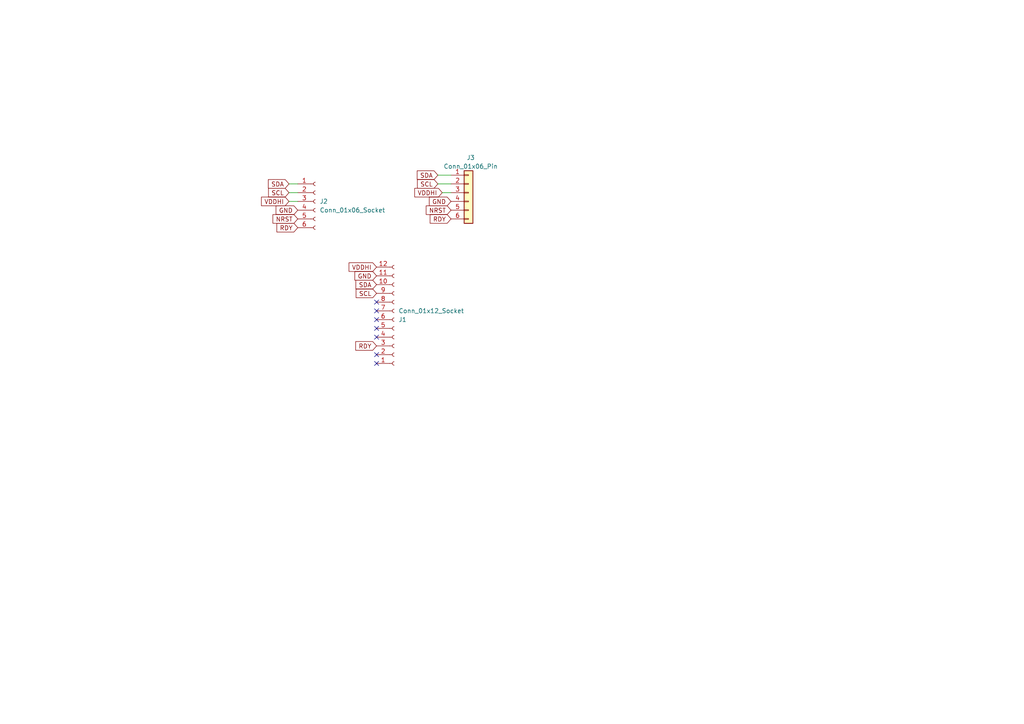
<source format=kicad_sch>
(kicad_sch (version 20230121) (generator eeschema)
  (paper "A4")
  (lib_symbols
    (symbol "Connector:Conn_01x06_Socket" (pin_names (offset 1.016) hide)
      (property "Reference" "J" (at 0 7.62 0))
      (property "Value" "Conn_01x06_Socket" (at 0 -10.16 0))
      (symbol "Conn_01x06_Socket_1_1"
        (arc (start 0 -7.112) (mid -0.5058 -7.62) (end 0 -8.128) (stroke (width 0.1524)))
        (arc (start 0 -4.572) (mid -0.5058 -5.08) (end 0 -5.588) (stroke (width 0.1524)))
        (arc (start 0 -2.032) (mid -0.5058 -2.54) (end 0 -3.048) (stroke (width 0.1524)))
        (polyline (pts (xy -1.27 -7.62) (xy -0.508 -7.62)) (stroke (width 0.1524)))
        (polyline (pts (xy -1.27 -5.08) (xy -0.508 -5.08)) (stroke (width 0.1524)))
        (polyline (pts (xy -1.27 -2.54) (xy -0.508 -2.54)) (stroke (width 0.1524)))
        (polyline (pts (xy -1.27 0) (xy -0.508 0)) (stroke (width 0.1524)))
        (polyline (pts (xy -1.27 2.54) (xy -0.508 2.54)) (stroke (width 0.1524)))
        (polyline (pts (xy -1.27 5.08) (xy -0.508 5.08)) (stroke (width 0.1524)))
        (arc (start 0 0.508) (mid -0.5058 0) (end 0 -0.508) (stroke (width 0.1524)))
        (arc (start 0 3.048) (mid -0.5058 2.54) (end 0 2.032) (stroke (width 0.1524)))
        (arc (start 0 5.588) (mid -0.5058 5.08) (end 0 4.572) (stroke (width 0.1524)))
        (pin passive line (at -5.08 5.08 0) (length 3.81) (name "Pin_1") (number "1"))
        (pin passive line (at -5.08 2.54 0) (length 3.81) (name "Pin_2") (number "2"))
        (pin passive line (at -5.08 0 0) (length 3.81) (name "Pin_3") (number "3"))
        (pin passive line (at -5.08 -2.54 0) (length 3.81) (name "Pin_4") (number "4"))
        (pin passive line (at -5.08 -5.08 0) (length 3.81) (name "Pin_5") (number "5"))
        (pin passive line (at -5.08 -7.62 0) (length 3.81) (name "Pin_6") (number "6"))
      )
    )
    (symbol "Connector:Conn_01x12_Socket" (pin_names (offset 1.016) hide)
      (property "Reference" "J" (at 0 15.24 0))
      (property "Value" "Conn_01x12_Socket" (at 0 -17.78 0))
      (symbol "Conn_01x12_Socket_1_1"
        (arc (start 0 -14.732) (mid -0.5058 -15.24) (end 0 -15.748) (stroke (width 0.1524)))
        (arc (start 0 -12.192) (mid -0.5058 -12.7) (end 0 -13.208) (stroke (width 0.1524)))
        (arc (start 0 -9.652) (mid -0.5058 -10.16) (end 0 -10.668) (stroke (width 0.1524)))
        (arc (start 0 -7.112) (mid -0.5058 -7.62) (end 0 -8.128) (stroke (width 0.1524)))
        (arc (start 0 -4.572) (mid -0.5058 -5.08) (end 0 -5.588) (stroke (width 0.1524)))
        (arc (start 0 -2.032) (mid -0.5058 -2.54) (end 0 -3.048) (stroke (width 0.1524)))
        (polyline (pts (xy -1.27 -15.24) (xy -0.508 -15.24)) (stroke (width 0.1524)))
        (polyline (pts (xy -1.27 -12.7) (xy -0.508 -12.7)) (stroke (width 0.1524)))
        (polyline (pts (xy -1.27 -10.16) (xy -0.508 -10.16)) (stroke (width 0.1524)))
        (polyline (pts (xy -1.27 -7.62) (xy -0.508 -7.62)) (stroke (width 0.1524)))
        (polyline (pts (xy -1.27 -5.08) (xy -0.508 -5.08)) (stroke (width 0.1524)))
        (polyline (pts (xy -1.27 -2.54) (xy -0.508 -2.54)) (stroke (width 0.1524)))
        (polyline (pts (xy -1.27 0) (xy -0.508 0)) (stroke (width 0.1524)))
        (polyline (pts (xy -1.27 2.54) (xy -0.508 2.54)) (stroke (width 0.1524)))
        (polyline (pts (xy -1.27 5.08) (xy -0.508 5.08)) (stroke (width 0.1524)))
        (polyline (pts (xy -1.27 7.62) (xy -0.508 7.62)) (stroke (width 0.1524)))
        (polyline (pts (xy -1.27 10.16) (xy -0.508 10.16)) (stroke (width 0.1524)))
        (polyline (pts (xy -1.27 12.7) (xy -0.508 12.7)) (stroke (width 0.1524)))
        (arc (start 0 0.508) (mid -0.5058 0) (end 0 -0.508) (stroke (width 0.1524)))
        (arc (start 0 3.048) (mid -0.5058 2.54) (end 0 2.032) (stroke (width 0.1524)))
        (arc (start 0 5.588) (mid -0.5058 5.08) (end 0 4.572) (stroke (width 0.1524)))
        (arc (start 0 8.128) (mid -0.5058 7.62) (end 0 7.112) (stroke (width 0.1524)))
        (arc (start 0 10.668) (mid -0.5058 10.16) (end 0 9.652) (stroke (width 0.1524)))
        (arc (start 0 13.208) (mid -0.5058 12.7) (end 0 12.192) (stroke (width 0.1524)))
        (pin passive line (at -5.08 12.7 0) (length 3.81) (name "Pin_1") (number "1"))
        (pin passive line (at -5.08 -10.16 0) (length 3.81) (name "Pin_10") (number "10"))
        (pin passive line (at -5.08 -12.7 0) (length 3.81) (name "Pin_11") (number "11"))
        (pin passive line (at -5.08 -15.24 0) (length 3.81) (name "Pin_12") (number "12"))
        (pin passive line (at -5.08 10.16 0) (length 3.81) (name "Pin_2") (number "2"))
        (pin passive line (at -5.08 7.62 0) (length 3.81) (name "Pin_3") (number "3"))
        (pin passive line (at -5.08 5.08 0) (length 3.81) (name "Pin_4") (number "4"))
        (pin passive line (at -5.08 2.54 0) (length 3.81) (name "Pin_5") (number "5"))
        (pin passive line (at -5.08 0 0) (length 3.81) (name "Pin_6") (number "6"))
        (pin passive line (at -5.08 -2.54 0) (length 3.81) (name "Pin_7") (number "7"))
        (pin passive line (at -5.08 -5.08 0) (length 3.81) (name "Pin_8") (number "8"))
        (pin passive line (at -5.08 -7.62 0) (length 3.81) (name "Pin_9") (number "9"))
      )
    )
    (symbol "Connector_Generic:Conn_01x06" (pin_names (offset 1.016) hide)
      (property "Reference" "J" (at 0 7.62 0))
      (property "Value" "Conn_01x06" (at 0 -10.16 0))
      (symbol "Conn_01x06_1_1"
        (rectangle (start -1.27 -7.493) (end 0 -7.747) (stroke (width 0.1524)))
        (rectangle (start -1.27 -4.953) (end 0 -5.207) (stroke (width 0.1524)))
        (rectangle (start -1.27 -2.413) (end 0 -2.667) (stroke (width 0.1524)))
        (rectangle (start -1.27 0.127) (end 0 -0.127) (stroke (width 0.1524)))
        (rectangle (start -1.27 2.667) (end 0 2.413) (stroke (width 0.1524)))
        (rectangle (start -1.27 5.207) (end 0 4.953) (stroke (width 0.1524)))
        (rectangle (start -1.27 6.35) (end 1.27 -8.89) (stroke (width 0.254)) (fill (type background)))
        (pin passive line (at -5.08 5.08 0) (length 3.81) (name "Pin_1") (number "1"))
        (pin passive line (at -5.08 2.54 0) (length 3.81) (name "Pin_2") (number "2"))
        (pin passive line (at -5.08 0 0) (length 3.81) (name "Pin_3") (number "3"))
        (pin passive line (at -5.08 -2.54 0) (length 3.81) (name "Pin_4") (number "4"))
        (pin passive line (at -5.08 -5.08 0) (length 3.81) (name "Pin_5") (number "5"))
        (pin passive line (at -5.08 -7.62 0) (length 3.81) (name "Pin_6") (number "6"))
      )
    )
  )
  (no_connect (at 109.22 90.17))
  (no_connect (at 109.22 87.63))
  (no_connect (at 109.22 102.87))
  (no_connect (at 109.22 97.79))
  (no_connect (at 109.22 92.71))
  (no_connect (at 109.22 95.25))
  (no_connect (at 109.22 105.41))
  (wire (pts (xy 127 50.8) (xy 130.81 50.8)))
  (wire (pts (xy 83.82 53.34) (xy 86.36 53.34)))
  (wire (pts (xy 128.27 55.88) (xy 130.81 55.88)))
  (wire (pts (xy 127 53.34) (xy 130.81 53.34)))
  (wire (pts (xy 83.82 55.88) (xy 86.36 55.88)))
  (wire (pts (xy 83.82 58.42) (xy 86.36 58.42)))
  (global_label "SCL" (shape input) (at 109.22 85.09 180) (property "Intersheetrefs" "${INTERSHEET_REFS}" (effects hide)))
  (global_label "SCL" (shape input) (at 127 53.34 180) (property "Intersheetrefs" "${INTERSHEET_REFS}" (effects hide)))
  (global_label "GND" (shape input) (at 86.36 60.96 180) (property "Intersheetrefs" "${INTERSHEET_REFS}" (effects hide)))
  (global_label "SCL" (shape input) (at 83.82 55.88 180) (property "Intersheetrefs" "${INTERSHEET_REFS}" (effects hide)))
  (global_label "RDY" (shape input) (at 109.22 100.33 180) (property "Intersheetrefs" "${INTERSHEET_REFS}" (effects hide)))
  (global_label "NRST" (shape input) (at 86.36 63.5 180) (property "Intersheetrefs" "${INTERSHEET_REFS}" (effects hide)))
  (global_label "RDY" (shape input) (at 130.81 63.5 180) (property "Intersheetrefs" "${INTERSHEET_REFS}" (effects hide)))
  (global_label "SDA" (shape input) (at 83.82 53.34 180) (property "Intersheetrefs" "${INTERSHEET_REFS}" (effects hide)))
  (global_label "VDDHI" (shape input) (at 109.22 77.47 180) (property "Intersheetrefs" "${INTERSHEET_REFS}" (effects hide)))
  (global_label "GND" (shape input) (at 130.81 58.42 180) (property "Intersheetrefs" "${INTERSHEET_REFS}" (effects hide)))
  (global_label "SDA" (shape input) (at 109.22 82.55 180) (property "Intersheetrefs" "${INTERSHEET_REFS}" (effects hide)))
  (global_label "VDDHI" (shape input) (at 83.82 58.42 180) (property "Intersheetrefs" "${INTERSHEET_REFS}" (effects hide)))
  (global_label "VDDHI" (shape input) (at 128.27 55.88 180) (property "Intersheetrefs" "${INTERSHEET_REFS}" (effects hide)))
  (global_label "NRST" (shape input) (at 130.81 60.96 180) (property "Intersheetrefs" "${INTERSHEET_REFS}" (effects hide)))
  (global_label "RDY" (shape input) (at 86.36 66.04 180) (property "Intersheetrefs" "${INTERSHEET_REFS}" (effects hide)))
  (global_label "SDA" (shape input) (at 127 50.8 180) (property "Intersheetrefs" "${INTERSHEET_REFS}" (effects hide)))
  (global_label "GND" (shape input) (at 109.22 80.01 180) (property "Intersheetrefs" "${INTERSHEET_REFS}" (effects hide)))
  (symbol (lib_id "Connector:Conn_01x06_Socket") (at 91.44 58.42 0) (unit 1)
    (property "Reference" "J2" (at 92.71 58.42 0) (effects (justify left)))
    (property "Value" "Conn_01x06_Socket" (at 92.71 60.96 0) (effects (justify left)))
    (property "Footprint" "Connector_FFC-FPC:Hirose_FH12-6S-0.5SH_1x06-1MP_P0.50mm_Horizontal" (effects hide))
  )
  (symbol (lib_id "Connector_Generic:Conn_01x06") (at 135.89 55.88 0) (unit 1)
    (property "Reference" "J3" (at 136.525 45.72 0))
    (property "Value" "Conn_01x06_Pin" (at 136.525 48.26 0))
    (property "Footprint" "Connector_PinSocket_2.54mm:PinSocket_1x06_P2.54mm_Vertical" (effects hide))
  )
  (symbol (lib_id "Connector:Conn_01x12_Socket") (at 114.3 92.71 0) (mirror x) (unit 1)
    (property "Reference" "J1" (at 115.57 92.71 0) (effects (justify left)))
    (property "Value" "Conn_01x12_Socket" (at 115.57 90.17 0) (effects (justify left)))
    (property "Footprint" "Connector_FFC-FPC:Hirose_FH12-12S-0.5SH_1x12-1MP_P0.50mm_Horizontal" (effects hide))
  )
)
</source>
